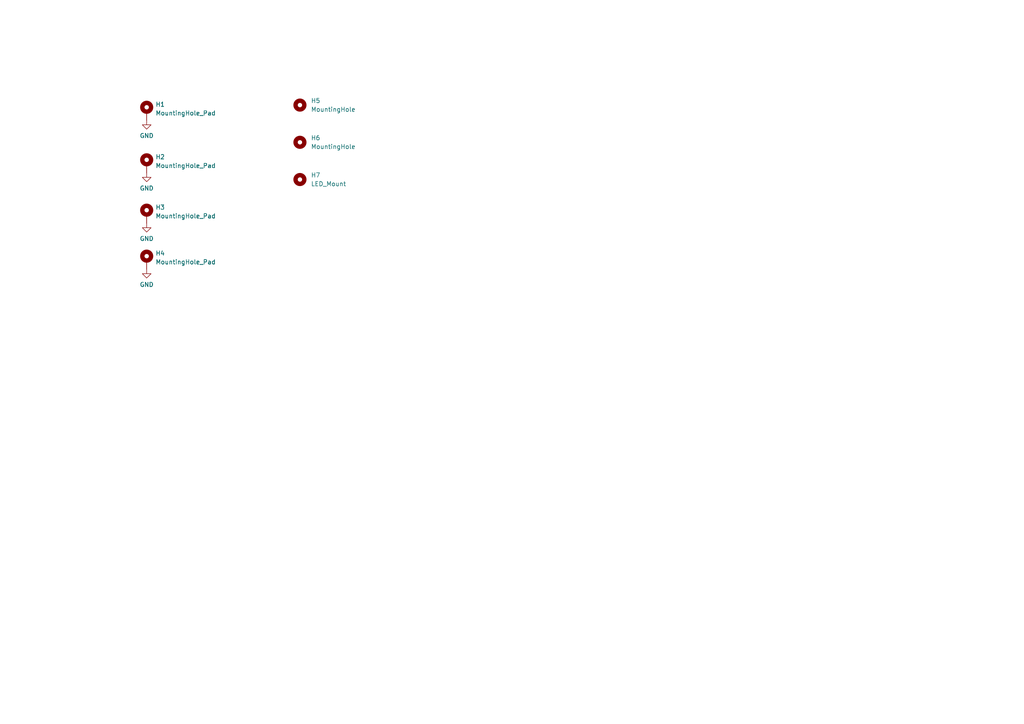
<source format=kicad_sch>
(kicad_sch (version 20230121) (generator eeschema)

  (uuid 33890f72-c4d4-4e44-b41f-00cc91c59937)

  (paper "A4")

  (lib_symbols
    (symbol "Mechanical:MountingHole" (pin_names (offset 1.016)) (in_bom yes) (on_board yes)
      (property "Reference" "H" (at 0 5.08 0)
        (effects (font (size 1.27 1.27)))
      )
      (property "Value" "MountingHole" (at 0 3.175 0)
        (effects (font (size 1.27 1.27)))
      )
      (property "Footprint" "" (at 0 0 0)
        (effects (font (size 1.27 1.27)) hide)
      )
      (property "Datasheet" "~" (at 0 0 0)
        (effects (font (size 1.27 1.27)) hide)
      )
      (property "ki_keywords" "mounting hole" (at 0 0 0)
        (effects (font (size 1.27 1.27)) hide)
      )
      (property "ki_description" "Mounting Hole without connection" (at 0 0 0)
        (effects (font (size 1.27 1.27)) hide)
      )
      (property "ki_fp_filters" "MountingHole*" (at 0 0 0)
        (effects (font (size 1.27 1.27)) hide)
      )
      (symbol "MountingHole_0_1"
        (circle (center 0 0) (radius 1.27)
          (stroke (width 1.27) (type default))
          (fill (type none))
        )
      )
    )
    (symbol "Mechanical:MountingHole_Pad" (pin_numbers hide) (pin_names (offset 1.016) hide) (in_bom yes) (on_board yes)
      (property "Reference" "H" (at 0 6.35 0)
        (effects (font (size 1.27 1.27)))
      )
      (property "Value" "MountingHole_Pad" (at 0 4.445 0)
        (effects (font (size 1.27 1.27)))
      )
      (property "Footprint" "" (at 0 0 0)
        (effects (font (size 1.27 1.27)) hide)
      )
      (property "Datasheet" "~" (at 0 0 0)
        (effects (font (size 1.27 1.27)) hide)
      )
      (property "ki_keywords" "mounting hole" (at 0 0 0)
        (effects (font (size 1.27 1.27)) hide)
      )
      (property "ki_description" "Mounting Hole with connection" (at 0 0 0)
        (effects (font (size 1.27 1.27)) hide)
      )
      (property "ki_fp_filters" "MountingHole*Pad*" (at 0 0 0)
        (effects (font (size 1.27 1.27)) hide)
      )
      (symbol "MountingHole_Pad_0_1"
        (circle (center 0 1.27) (radius 1.27)
          (stroke (width 1.27) (type default))
          (fill (type none))
        )
      )
      (symbol "MountingHole_Pad_1_1"
        (pin input line (at 0 -2.54 90) (length 2.54)
          (name "1" (effects (font (size 1.27 1.27))))
          (number "1" (effects (font (size 1.27 1.27))))
        )
      )
    )
    (symbol "power:GND" (power) (pin_names (offset 0)) (in_bom yes) (on_board yes)
      (property "Reference" "#PWR" (at 0 -6.35 0)
        (effects (font (size 1.27 1.27)) hide)
      )
      (property "Value" "GND" (at 0 -3.81 0)
        (effects (font (size 1.27 1.27)))
      )
      (property "Footprint" "" (at 0 0 0)
        (effects (font (size 1.27 1.27)) hide)
      )
      (property "Datasheet" "" (at 0 0 0)
        (effects (font (size 1.27 1.27)) hide)
      )
      (property "ki_keywords" "power-flag" (at 0 0 0)
        (effects (font (size 1.27 1.27)) hide)
      )
      (property "ki_description" "Power symbol creates a global label with name \"GND\" , ground" (at 0 0 0)
        (effects (font (size 1.27 1.27)) hide)
      )
      (symbol "GND_0_1"
        (polyline
          (pts
            (xy 0 0)
            (xy 0 -1.27)
            (xy 1.27 -1.27)
            (xy 0 -2.54)
            (xy -1.27 -1.27)
            (xy 0 -1.27)
          )
          (stroke (width 0) (type default))
          (fill (type none))
        )
      )
      (symbol "GND_1_1"
        (pin power_in line (at 0 0 270) (length 0) hide
          (name "GND" (effects (font (size 1.27 1.27))))
          (number "1" (effects (font (size 1.27 1.27))))
        )
      )
    )
  )


  (symbol (lib_id "Mechanical:MountingHole_Pad") (at 42.545 62.23 0) (unit 1)
    (in_bom yes) (on_board yes) (dnp no) (fields_autoplaced)
    (uuid 1cdb68db-bd7d-4c65-92b4-531978f02b83)
    (property "Reference" "H3" (at 45.085 60.1253 0)
      (effects (font (size 1.27 1.27)) (justify left))
    )
    (property "Value" "MountingHole_Pad" (at 45.085 62.6622 0)
      (effects (font (size 1.27 1.27)) (justify left))
    )
    (property "Footprint" "MountingHole:MountingHole_4.3mm_M4_ISO7380" (at 42.545 62.23 0)
      (effects (font (size 1.27 1.27)) hide)
    )
    (property "Datasheet" "~" (at 42.545 62.23 0)
      (effects (font (size 1.27 1.27)) hide)
    )
    (pin "1" (uuid 34db8a2d-6f91-4516-af64-35725c9fe546))
    (instances
      (project "NVM-FP_revB"
        (path "/33890f72-c4d4-4e44-b41f-00cc91c59937"
          (reference "H3") (unit 1)
        )
      )
    )
  )

  (symbol (lib_id "power:GND") (at 42.545 64.77 0) (unit 1)
    (in_bom yes) (on_board yes) (dnp no) (fields_autoplaced)
    (uuid 36e2204f-a42c-446c-be21-ebb29c9bca71)
    (property "Reference" "#PWR03" (at 42.545 71.12 0)
      (effects (font (size 1.27 1.27)) hide)
    )
    (property "Value" "GND" (at 42.545 69.2134 0)
      (effects (font (size 1.27 1.27)))
    )
    (property "Footprint" "" (at 42.545 64.77 0)
      (effects (font (size 1.27 1.27)) hide)
    )
    (property "Datasheet" "" (at 42.545 64.77 0)
      (effects (font (size 1.27 1.27)) hide)
    )
    (pin "1" (uuid 73228880-3976-4a43-a82b-66349d4c7690))
    (instances
      (project "NVM-FP_revB"
        (path "/33890f72-c4d4-4e44-b41f-00cc91c59937"
          (reference "#PWR03") (unit 1)
        )
      )
    )
  )

  (symbol (lib_id "Mechanical:MountingHole") (at 86.995 30.48 0) (unit 1)
    (in_bom yes) (on_board yes) (dnp no) (fields_autoplaced)
    (uuid 48ef01f6-a0ca-4828-9090-2932a14b6f45)
    (property "Reference" "H5" (at 90.17 29.21 0)
      (effects (font (size 1.27 1.27)) (justify left))
    )
    (property "Value" "MountingHole" (at 90.17 31.75 0)
      (effects (font (size 1.27 1.27)) (justify left))
    )
    (property "Footprint" "MountingHole:PanelCutout_Pomona37x0" (at 86.995 30.48 0)
      (effects (font (size 1.27 1.27)) hide)
    )
    (property "Datasheet" "~" (at 86.995 30.48 0)
      (effects (font (size 1.27 1.27)) hide)
    )
    (instances
      (project "NVM-FP_revB"
        (path "/33890f72-c4d4-4e44-b41f-00cc91c59937"
          (reference "H5") (unit 1)
        )
      )
    )
  )

  (symbol (lib_id "power:GND") (at 42.545 34.925 0) (unit 1)
    (in_bom yes) (on_board yes) (dnp no) (fields_autoplaced)
    (uuid 50c14e89-3766-4b89-bf53-e6e3b5e09db1)
    (property "Reference" "#PWR01" (at 42.545 41.275 0)
      (effects (font (size 1.27 1.27)) hide)
    )
    (property "Value" "GND" (at 42.545 39.3684 0)
      (effects (font (size 1.27 1.27)))
    )
    (property "Footprint" "" (at 42.545 34.925 0)
      (effects (font (size 1.27 1.27)) hide)
    )
    (property "Datasheet" "" (at 42.545 34.925 0)
      (effects (font (size 1.27 1.27)) hide)
    )
    (pin "1" (uuid 0b7b6b80-ae94-4b1b-a38e-a90a7895e1d0))
    (instances
      (project "NVM-FP_revB"
        (path "/33890f72-c4d4-4e44-b41f-00cc91c59937"
          (reference "#PWR01") (unit 1)
        )
      )
    )
  )

  (symbol (lib_id "power:GND") (at 42.545 78.105 0) (unit 1)
    (in_bom yes) (on_board yes) (dnp no) (fields_autoplaced)
    (uuid 83133a4b-e819-4022-bd3a-008b4d95a0ea)
    (property "Reference" "#PWR04" (at 42.545 84.455 0)
      (effects (font (size 1.27 1.27)) hide)
    )
    (property "Value" "GND" (at 42.545 82.5484 0)
      (effects (font (size 1.27 1.27)))
    )
    (property "Footprint" "" (at 42.545 78.105 0)
      (effects (font (size 1.27 1.27)) hide)
    )
    (property "Datasheet" "" (at 42.545 78.105 0)
      (effects (font (size 1.27 1.27)) hide)
    )
    (pin "1" (uuid a7f5ec96-5772-4e04-a75f-d6c64e2b0c02))
    (instances
      (project "NVM-FP_revB"
        (path "/33890f72-c4d4-4e44-b41f-00cc91c59937"
          (reference "#PWR04") (unit 1)
        )
      )
    )
  )

  (symbol (lib_id "Mechanical:MountingHole") (at 86.995 41.275 0) (unit 1)
    (in_bom yes) (on_board yes) (dnp no) (fields_autoplaced)
    (uuid 85f788e7-ce28-400e-86a0-26a6b0010a87)
    (property "Reference" "H6" (at 90.17 40.005 0)
      (effects (font (size 1.27 1.27)) (justify left))
    )
    (property "Value" "MountingHole" (at 90.17 42.545 0)
      (effects (font (size 1.27 1.27)) (justify left))
    )
    (property "Footprint" "MountingHole:PanelCutout_Pomona37x0" (at 86.995 41.275 0)
      (effects (font (size 1.27 1.27)) hide)
    )
    (property "Datasheet" "~" (at 86.995 41.275 0)
      (effects (font (size 1.27 1.27)) hide)
    )
    (instances
      (project "NVM-FP_revB"
        (path "/33890f72-c4d4-4e44-b41f-00cc91c59937"
          (reference "H6") (unit 1)
        )
      )
    )
  )

  (symbol (lib_id "Mechanical:MountingHole_Pad") (at 42.545 47.625 0) (unit 1)
    (in_bom yes) (on_board yes) (dnp no) (fields_autoplaced)
    (uuid 8cde16b8-2874-4e87-aeaf-a0422bea66b9)
    (property "Reference" "H2" (at 45.085 45.5203 0)
      (effects (font (size 1.27 1.27)) (justify left))
    )
    (property "Value" "MountingHole_Pad" (at 45.085 48.0572 0)
      (effects (font (size 1.27 1.27)) (justify left))
    )
    (property "Footprint" "MountingHole:MountingHole_4.3mm_M4_ISO7380" (at 42.545 47.625 0)
      (effects (font (size 1.27 1.27)) hide)
    )
    (property "Datasheet" "~" (at 42.545 47.625 0)
      (effects (font (size 1.27 1.27)) hide)
    )
    (pin "1" (uuid 99d7c815-fb37-4779-9b34-420aeeacfda3))
    (instances
      (project "NVM-FP_revB"
        (path "/33890f72-c4d4-4e44-b41f-00cc91c59937"
          (reference "H2") (unit 1)
        )
      )
    )
  )

  (symbol (lib_id "Mechanical:MountingHole") (at 86.995 52.07 0) (unit 1)
    (in_bom yes) (on_board yes) (dnp no) (fields_autoplaced)
    (uuid bc3eae41-1191-4a2a-a4e8-283e512f3541)
    (property "Reference" "H7" (at 90.17 50.8 0)
      (effects (font (size 1.27 1.27)) (justify left))
    )
    (property "Value" "LED_Mount" (at 90.17 53.34 0)
      (effects (font (size 1.27 1.27)) (justify left))
    )
    (property "Footprint" "MountingHole:MountingHole_6.4mm_M6" (at 86.995 52.07 0)
      (effects (font (size 1.27 1.27)) hide)
    )
    (property "Datasheet" "~" (at 86.995 52.07 0)
      (effects (font (size 1.27 1.27)) hide)
    )
    (instances
      (project "NVM-FP_revB"
        (path "/33890f72-c4d4-4e44-b41f-00cc91c59937"
          (reference "H7") (unit 1)
        )
      )
    )
  )

  (symbol (lib_id "Mechanical:MountingHole_Pad") (at 42.545 32.385 0) (unit 1)
    (in_bom yes) (on_board yes) (dnp no) (fields_autoplaced)
    (uuid d1f257f1-2132-474e-9808-16849e07fa41)
    (property "Reference" "H1" (at 45.085 30.2803 0)
      (effects (font (size 1.27 1.27)) (justify left))
    )
    (property "Value" "MountingHole_Pad" (at 45.085 32.8172 0)
      (effects (font (size 1.27 1.27)) (justify left))
    )
    (property "Footprint" "MountingHole:MountingHole_4.3mm_M4_ISO7380" (at 42.545 32.385 0)
      (effects (font (size 1.27 1.27)) hide)
    )
    (property "Datasheet" "~" (at 42.545 32.385 0)
      (effects (font (size 1.27 1.27)) hide)
    )
    (pin "1" (uuid 951a6862-33fc-4134-bb71-2aad04f8b459))
    (instances
      (project "NVM-FP_revB"
        (path "/33890f72-c4d4-4e44-b41f-00cc91c59937"
          (reference "H1") (unit 1)
        )
      )
    )
  )

  (symbol (lib_id "Mechanical:MountingHole_Pad") (at 42.545 75.565 0) (unit 1)
    (in_bom yes) (on_board yes) (dnp no) (fields_autoplaced)
    (uuid dcf2cc57-4c57-4629-bcbf-f53e4e49e422)
    (property "Reference" "H4" (at 45.085 73.4603 0)
      (effects (font (size 1.27 1.27)) (justify left))
    )
    (property "Value" "MountingHole_Pad" (at 45.085 75.9972 0)
      (effects (font (size 1.27 1.27)) (justify left))
    )
    (property "Footprint" "MountingHole:MountingHole_4.3mm_M4_ISO7380" (at 42.545 75.565 0)
      (effects (font (size 1.27 1.27)) hide)
    )
    (property "Datasheet" "~" (at 42.545 75.565 0)
      (effects (font (size 1.27 1.27)) hide)
    )
    (pin "1" (uuid d5852f04-e228-41f0-9ccf-2d3ed9a6e728))
    (instances
      (project "NVM-FP_revB"
        (path "/33890f72-c4d4-4e44-b41f-00cc91c59937"
          (reference "H4") (unit 1)
        )
      )
    )
  )

  (symbol (lib_id "power:GND") (at 42.545 50.165 0) (unit 1)
    (in_bom yes) (on_board yes) (dnp no) (fields_autoplaced)
    (uuid f65340b9-5091-41ee-9cc3-37827220fdc4)
    (property "Reference" "#PWR02" (at 42.545 56.515 0)
      (effects (font (size 1.27 1.27)) hide)
    )
    (property "Value" "GND" (at 42.545 54.6084 0)
      (effects (font (size 1.27 1.27)))
    )
    (property "Footprint" "" (at 42.545 50.165 0)
      (effects (font (size 1.27 1.27)) hide)
    )
    (property "Datasheet" "" (at 42.545 50.165 0)
      (effects (font (size 1.27 1.27)) hide)
    )
    (pin "1" (uuid 4d3bf05d-fc09-4f44-8f4c-40f588c0f24c))
    (instances
      (project "NVM-FP_revB"
        (path "/33890f72-c4d4-4e44-b41f-00cc91c59937"
          (reference "#PWR02") (unit 1)
        )
      )
    )
  )

  (sheet_instances
    (path "/" (page "1"))
  )
)

</source>
